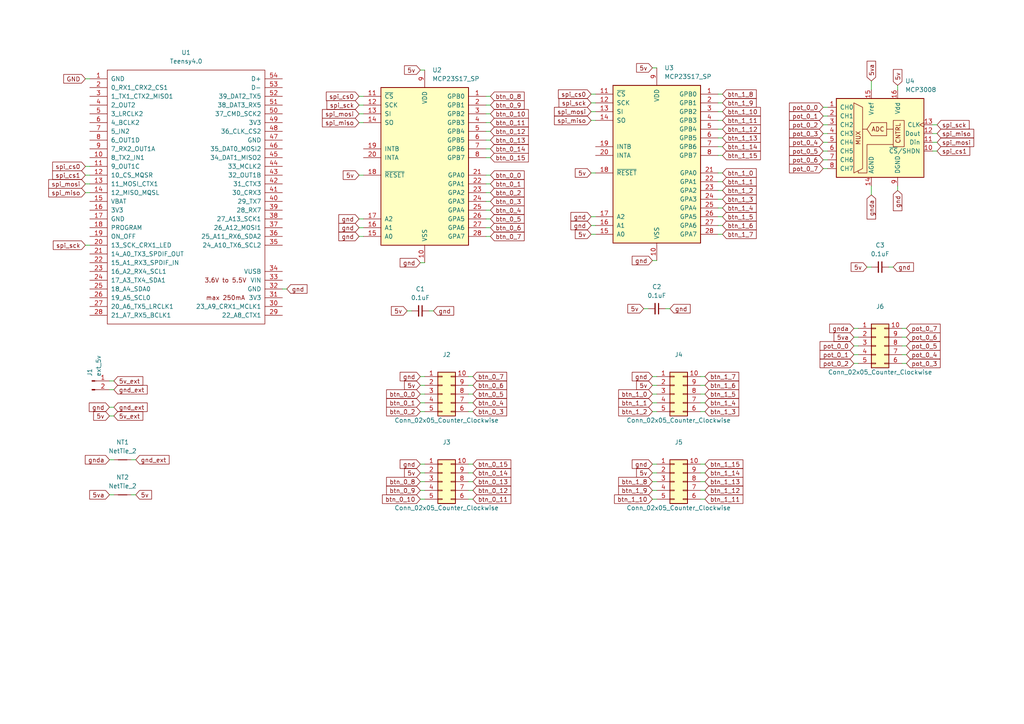
<source format=kicad_sch>
(kicad_sch (version 20230121) (generator eeschema)
  (paper "A4")
  (lib_symbols
    (symbol "Analog_ADC:MCP3008" (pin_names (offset 1.016))
      (property "Reference" "U" (at -5.08 13.335 0))
      (property "Value" "MCP3008" (at -5.08 11.43 0))
      (symbol "MCP3008_0_0"
        (text "ADC" (at -0.635 1.27 0) (effects (font (size 1.27 1.27))))
        (text "CNTRL" (at 5.969 -2.921 900) (effects (font (size 1.27 1.27)) (justify left bottom)))
        (text "MUX" (at -6.35 -1.27 900) (effects (font (size 1.27 1.27))))
      )
      (symbol "MCP3008_0_1"
        (polyline (pts (xy -3.81 1.27) (xy -5.08 1.27)))
        (polyline (pts (xy 1.905 1.27) (xy 3.81 1.27)))
        (polyline (pts (xy -7.62 8.89) (xy -7.62 -11.43) (xy -5.08 -10.16) (xy -5.08 7.62) (xy -7.62 8.89)))
        (polyline (pts (xy 3.81 -3.175) (xy -3.81 -3.175) (xy -3.81 -11.43) (xy -6.35 -11.43) (xy -6.35 -10.795)))
        (polyline (pts (xy 1.905 3.175) (xy 1.905 -0.635) (xy -2.54 -0.635) (xy -3.81 1.27) (xy -2.54 3.175) (xy 1.905 3.175)))
        (rectangle (start 3.81 -3.81) (end 6.985 3.81))
        (rectangle (start 12.7 -12.7) (end -12.7 10.16) (stroke (width 0.254)) (fill (type background)))
      )
      (symbol "MCP3008_1_1"
        (pin input line (at -15.24 7.62 0) (length 2.54) (name "CH0") (number "1"))
        (pin input line (at 15.24 -5.08 180) (length 2.54) (name "~{CS}/SHDN") (number "10"))
        (pin input line (at 15.24 -2.54 180) (length 2.54) (name "Din") (number "11"))
        (pin output line (at 15.24 0 180) (length 2.54) (name "Dout") (number "12"))
        (pin input clock (at 15.24 2.54 180) (length 2.54) (name "CLK") (number "13"))
        (pin power_in line (at -2.54 -15.24 90) (length 2.54) (name "AGND") (number "14"))
        (pin power_in line (at -2.54 12.7 270) (length 2.54) (name "Vref") (number "15"))
        (pin power_in line (at 5.08 12.7 270) (length 2.54) (name "Vdd") (number "16"))
        (pin input line (at -15.24 5.08 0) (length 2.54) (name "CH1") (number "2"))
        (pin input line (at -15.24 2.54 0) (length 2.54) (name "CH2") (number "3"))
        (pin input line (at -15.24 0 0) (length 2.54) (name "CH3") (number "4"))
        (pin input line (at -15.24 -2.54 0) (length 2.54) (name "CH4") (number "5"))
        (pin input line (at -15.24 -5.08 0) (length 2.54) (name "CH5") (number "6"))
        (pin input line (at -15.24 -7.62 0) (length 2.54) (name "CH6") (number "7"))
        (pin input line (at -15.24 -10.16 0) (length 2.54) (name "CH7") (number "8"))
        (pin power_in line (at 5.08 -15.24 90) (length 2.54) (name "DGND") (number "9"))
      )
    )
    (symbol "Connector:Conn_01x02_Pin" (pin_names (offset 1.016) hide)
      (property "Reference" "J" (at 0 2.54 0))
      (property "Value" "Conn_01x02_Pin" (at 0 -5.08 0))
      (symbol "Conn_01x02_Pin_1_1"
        (polyline (pts (xy 1.27 -2.54) (xy 0.8636 -2.54)) (stroke (width 0.1524)))
        (polyline (pts (xy 1.27 0) (xy 0.8636 0)) (stroke (width 0.1524)))
        (rectangle (start 0.8636 -2.413) (end 0 -2.667) (stroke (width 0.1524)) (fill (type outline)))
        (rectangle (start 0.8636 0.127) (end 0 -0.127) (stroke (width 0.1524)) (fill (type outline)))
        (pin passive line (at 5.08 0 180) (length 3.81) (name "Pin_1") (number "1"))
        (pin passive line (at 5.08 -2.54 180) (length 3.81) (name "Pin_2") (number "2"))
      )
    )
    (symbol "Connector_Generic:Conn_02x05_Counter_Clockwise" (pin_names (offset 1.016) hide)
      (property "Reference" "J" (at 1.27 7.62 0))
      (property "Value" "Conn_02x05_Counter_Clockwise" (at 1.27 -7.62 0))
      (symbol "Conn_02x05_Counter_Clockwise_1_1"
        (rectangle (start -1.27 -4.953) (end 0 -5.207) (stroke (width 0.1524)))
        (rectangle (start -1.27 -2.413) (end 0 -2.667) (stroke (width 0.1524)))
        (rectangle (start -1.27 0.127) (end 0 -0.127) (stroke (width 0.1524)))
        (rectangle (start -1.27 2.667) (end 0 2.413) (stroke (width 0.1524)))
        (rectangle (start -1.27 5.207) (end 0 4.953) (stroke (width 0.1524)))
        (rectangle (start -1.27 6.35) (end 3.81 -6.35) (stroke (width 0.254)) (fill (type background)))
        (rectangle (start 3.81 -4.953) (end 2.54 -5.207) (stroke (width 0.1524)))
        (rectangle (start 3.81 -2.413) (end 2.54 -2.667) (stroke (width 0.1524)))
        (rectangle (start 3.81 0.127) (end 2.54 -0.127) (stroke (width 0.1524)))
        (rectangle (start 3.81 2.667) (end 2.54 2.413) (stroke (width 0.1524)))
        (rectangle (start 3.81 5.207) (end 2.54 4.953) (stroke (width 0.1524)))
        (pin passive line (at -5.08 5.08 0) (length 3.81) (name "Pin_1") (number "1"))
        (pin passive line (at 7.62 5.08 180) (length 3.81) (name "Pin_10") (number "10"))
        (pin passive line (at -5.08 2.54 0) (length 3.81) (name "Pin_2") (number "2"))
        (pin passive line (at -5.08 0 0) (length 3.81) (name "Pin_3") (number "3"))
        (pin passive line (at -5.08 -2.54 0) (length 3.81) (name "Pin_4") (number "4"))
        (pin passive line (at -5.08 -5.08 0) (length 3.81) (name "Pin_5") (number "5"))
        (pin passive line (at 7.62 -5.08 180) (length 3.81) (name "Pin_6") (number "6"))
        (pin passive line (at 7.62 -2.54 180) (length 3.81) (name "Pin_7") (number "7"))
        (pin passive line (at 7.62 0 180) (length 3.81) (name "Pin_8") (number "8"))
        (pin passive line (at 7.62 2.54 180) (length 3.81) (name "Pin_9") (number "9"))
      )
    )
    (symbol "Device:C_Small" (pin_numbers hide) (pin_names (offset 0.254) hide)
      (property "Reference" "C" (at 0.254 1.778 0))
      (property "Value" "C_Small" (at 0.254 -2.032 0))
      (symbol "C_Small_0_1"
        (polyline (pts (xy -1.524 -0.508) (xy 1.524 -0.508)) (stroke (width 0.3302)))
        (polyline (pts (xy -1.524 0.508) (xy 1.524 0.508)) (stroke (width 0.3048)))
      )
      (symbol "C_Small_1_1"
        (pin passive line (at 0 2.54 270) (length 2.032) (name "~") (number "1"))
        (pin passive line (at 0 -2.54 90) (length 2.032) (name "~") (number "2"))
      )
    )
    (symbol "Device:NetTie_2" (pin_numbers hide) (pin_names (offset 0) hide) (in_bom no)
      (property "Reference" "NT" (at 0 1.27 0))
      (property "Value" "NetTie_2" (at 0 -1.27 0))
      (symbol "NetTie_2_0_1"
        (polyline (pts (xy -1.27 0) (xy 1.27 0)) (stroke (width 0.254)))
      )
      (symbol "NetTie_2_1_1"
        (pin passive line (at -2.54 0 0) (length 2.54) (name "1") (number "1"))
        (pin passive line (at 2.54 0 180) (length 2.54) (name "2") (number "2"))
      )
    )
    (symbol "Interface_Expansion:MCP23S17_SP" (pin_names (offset 1.016))
      (property "Reference" "U" (at -11.43 24.13 0))
      (property "Value" "MCP23S17_SP" (at 0 0 0))
      (symbol "MCP23S17_SP_0_1"
        (rectangle (start -12.7 22.86) (end 12.7 -22.86) (stroke (width 0.254)) (fill (type background)))
      )
      (symbol "MCP23S17_SP_1_1"
        (pin bidirectional line (at 17.78 20.32 180) (length 5.08) (name "GPB0") (number "1"))
        (pin power_in line (at 0 -27.94 90) (length 5.08) (name "VSS") (number "10"))
        (pin input line (at -17.78 20.32 0) (length 5.08) (name "~{CS}") (number "11"))
        (pin input line (at -17.78 17.78 0) (length 5.08) (name "SCK") (number "12"))
        (pin input line (at -17.78 15.24 0) (length 5.08) (name "SI") (number "13"))
        (pin output line (at -17.78 12.7 0) (length 5.08) (name "SO") (number "14"))
        (pin input line (at -17.78 -20.32 0) (length 5.08) (name "A0") (number "15"))
        (pin input line (at -17.78 -17.78 0) (length 5.08) (name "A1") (number "16"))
        (pin input line (at -17.78 -15.24 0) (length 5.08) (name "A2") (number "17"))
        (pin input line (at -17.78 -2.54 0) (length 5.08) (name "~{RESET}") (number "18"))
        (pin tri_state line (at -17.78 5.08 0) (length 5.08) (name "INTB") (number "19"))
        (pin bidirectional line (at 17.78 17.78 180) (length 5.08) (name "GPB1") (number "2"))
        (pin tri_state line (at -17.78 2.54 0) (length 5.08) (name "INTA") (number "20"))
        (pin bidirectional line (at 17.78 -2.54 180) (length 5.08) (name "GPA0") (number "21"))
        (pin bidirectional line (at 17.78 -5.08 180) (length 5.08) (name "GPA1") (number "22"))
        (pin bidirectional line (at 17.78 -7.62 180) (length 5.08) (name "GPA2") (number "23"))
        (pin bidirectional line (at 17.78 -10.16 180) (length 5.08) (name "GPA3") (number "24"))
        (pin bidirectional line (at 17.78 -12.7 180) (length 5.08) (name "GPA4") (number "25"))
        (pin bidirectional line (at 17.78 -15.24 180) (length 5.08) (name "GPA5") (number "26"))
        (pin bidirectional line (at 17.78 -17.78 180) (length 5.08) (name "GPA6") (number "27"))
        (pin bidirectional line (at 17.78 -20.32 180) (length 5.08) (name "GPA7") (number "28"))
        (pin bidirectional line (at 17.78 15.24 180) (length 5.08) (name "GPB2") (number "3"))
        (pin bidirectional line (at 17.78 12.7 180) (length 5.08) (name "GPB3") (number "4"))
        (pin bidirectional line (at 17.78 10.16 180) (length 5.08) (name "GPB4") (number "5"))
        (pin bidirectional line (at 17.78 7.62 180) (length 5.08) (name "GPB5") (number "6"))
        (pin bidirectional line (at 17.78 5.08 180) (length 5.08) (name "GPB6") (number "7"))
        (pin bidirectional line (at 17.78 2.54 180) (length 5.08) (name "GPB7") (number "8"))
        (pin power_in line (at 0 27.94 270) (length 5.08) (name "VDD") (number "9"))
      )
    )
    (symbol "teensy:Teensy4.0" (pin_names (offset 1.016))
      (property "Reference" "U" (at 0 39.37 0))
      (property "Value" "Teensy4.0" (at 0 -39.37 0))
      (symbol "Teensy4.0_0_0"
        (text "3.6V to 5.5V" (at 11.43 -24.13 0) (effects (font (size 1.27 1.27))))
        (text "max 250mA" (at 11.43 -29.21 0) (effects (font (size 1.27 1.27))))
        (pin bidirectional line (at -27.94 11.43 0) (length 5.08) (name "8_TX2_IN1") (number "10"))
        (pin bidirectional line (at -27.94 8.89 0) (length 5.08) (name "9_OUT1C") (number "11"))
        (pin bidirectional line (at -27.94 6.35 0) (length 5.08) (name "10_CS_MQSR") (number "12"))
        (pin bidirectional line (at -27.94 3.81 0) (length 5.08) (name "11_MOSI_CTX1") (number "13"))
        (pin bidirectional line (at -27.94 1.27 0) (length 5.08) (name "12_MISO_MQSL") (number "14"))
        (pin power_in line (at -27.94 -1.27 0) (length 5.08) (name "VBAT") (number "15"))
        (pin power_in line (at -27.94 -3.81 0) (length 5.08) (name "3V3") (number "16"))
        (pin power_in line (at -27.94 -6.35 0) (length 5.08) (name "GND") (number "17"))
        (pin input line (at -27.94 -8.89 0) (length 5.08) (name "PROGRAM") (number "18"))
        (pin input line (at -27.94 -11.43 0) (length 5.08) (name "ON_OFF") (number "19"))
        (pin bidirectional line (at -27.94 -13.97 0) (length 5.08) (name "13_SCK_CRX1_LED") (number "20"))
        (pin bidirectional line (at -27.94 -16.51 0) (length 5.08) (name "14_A0_TX3_SPDIF_OUT") (number "21"))
        (pin bidirectional line (at -27.94 -19.05 0) (length 5.08) (name "15_A1_RX3_SPDIF_IN") (number "22"))
        (pin bidirectional line (at -27.94 -21.59 0) (length 5.08) (name "16_A2_RX4_SCL1") (number "23"))
        (pin bidirectional line (at -27.94 -24.13 0) (length 5.08) (name "17_A3_TX4_SDA1") (number "24"))
        (pin bidirectional line (at -27.94 -26.67 0) (length 5.08) (name "18_A4_SDA0") (number "25"))
        (pin bidirectional line (at -27.94 -29.21 0) (length 5.08) (name "19_A5_SCL0") (number "26"))
        (pin bidirectional line (at -27.94 -31.75 0) (length 5.08) (name "20_A6_TX5_LRCLK1") (number "27"))
        (pin bidirectional line (at -27.94 -34.29 0) (length 5.08) (name "21_A7_RX5_BCLK1") (number "28"))
        (pin bidirectional line (at 27.94 -34.29 180) (length 5.08) (name "22_A8_CTX1") (number "29"))
        (pin bidirectional line (at 27.94 -31.75 180) (length 5.08) (name "23_A9_CRX1_MCLK1") (number "30"))
        (pin power_out line (at 27.94 -29.21 180) (length 5.08) (name "3V3") (number "31"))
        (pin power_in line (at 27.94 -26.67 180) (length 5.08) (name "GND") (number "32"))
        (pin power_in line (at 27.94 -24.13 180) (length 5.08) (name "VIN") (number "33"))
        (pin power_out line (at 27.94 -21.59 180) (length 5.08) (name "VUSB") (number "34"))
        (pin bidirectional line (at 27.94 -13.97 180) (length 5.08) (name "24_A10_TX6_SCL2") (number "35"))
        (pin bidirectional line (at 27.94 -11.43 180) (length 5.08) (name "25_A11_RX6_SDA2") (number "36"))
        (pin bidirectional line (at 27.94 -8.89 180) (length 5.08) (name "26_A12_MOSI1") (number "37"))
        (pin bidirectional line (at 27.94 -6.35 180) (length 5.08) (name "27_A13_SCK1") (number "38"))
        (pin bidirectional line (at 27.94 -3.81 180) (length 5.08) (name "28_RX7") (number "39"))
        (pin bidirectional line (at 27.94 -1.27 180) (length 5.08) (name "29_TX7") (number "40"))
        (pin bidirectional line (at 27.94 1.27 180) (length 5.08) (name "30_CRX3") (number "41"))
        (pin bidirectional line (at 27.94 3.81 180) (length 5.08) (name "31_CTX3") (number "42"))
        (pin bidirectional line (at 27.94 6.35 180) (length 5.08) (name "32_OUT1B") (number "43"))
        (pin bidirectional line (at 27.94 8.89 180) (length 5.08) (name "33_MCLK2") (number "44"))
        (pin bidirectional line (at 27.94 11.43 180) (length 5.08) (name "34_DAT1_MISO2") (number "45"))
        (pin bidirectional line (at 27.94 13.97 180) (length 5.08) (name "35_DAT0_MOSI2") (number "46"))
        (pin power_out line (at 27.94 16.51 180) (length 5.08) (name "GND") (number "47"))
        (pin bidirectional line (at 27.94 19.05 180) (length 5.08) (name "36_CLK_CS2") (number "48"))
        (pin power_out line (at 27.94 21.59 180) (length 5.08) (name "3V3") (number "49"))
        (pin bidirectional line (at -27.94 24.13 0) (length 5.08) (name "3_LRCLK2") (number "5"))
        (pin bidirectional line (at 27.94 24.13 180) (length 5.08) (name "37_CMD_SCK2") (number "50"))
        (pin bidirectional line (at 27.94 26.67 180) (length 5.08) (name "38_DAT3_RX5") (number "51"))
        (pin bidirectional line (at 27.94 29.21 180) (length 5.08) (name "39_DAT2_TX5") (number "52"))
        (pin bidirectional line (at 27.94 31.75 180) (length 5.08) (name "D-") (number "53"))
        (pin bidirectional line (at 27.94 34.29 180) (length 5.08) (name "D+") (number "54"))
        (pin bidirectional line (at -27.94 21.59 0) (length 5.08) (name "4_BCLK2") (number "6"))
        (pin bidirectional line (at -27.94 19.05 0) (length 5.08) (name "5_IN2") (number "7"))
        (pin bidirectional line (at -27.94 16.51 0) (length 5.08) (name "6_OUT1D") (number "8"))
        (pin bidirectional line (at -27.94 13.97 0) (length 5.08) (name "7_RX2_OUT1A") (number "9"))
      )
      (symbol "Teensy4.0_0_1"
        (rectangle (start -22.86 36.83) (end 22.86 -36.83))
        (rectangle (start -20.32 -31.75) (end -20.32 -31.75))
      )
      (symbol "Teensy4.0_1_1"
        (pin power_in line (at -27.94 34.29 0) (length 5.08) (name "GND") (number "1"))
        (pin bidirectional line (at -27.94 31.75 0) (length 5.08) (name "0_RX1_CRX2_CS1") (number "2"))
        (pin bidirectional line (at -27.94 29.21 0) (length 5.08) (name "1_TX1_CTX2_MISO1") (number "3"))
        (pin bidirectional line (at -27.94 26.67 0) (length 5.08) (name "2_OUT2") (number "4"))
      )
    )
  )
  (wire (pts (xy 208.28 57.785) (xy 209.55 57.785)))
  (wire (pts (xy 261.62 97.79) (xy 262.89 97.79)))
  (wire (pts (xy 171.45 29.845) (xy 172.72 29.845)))
  (wire (pts (xy 238.76 48.895) (xy 240.03 48.895)))
  (wire (pts (xy 189.23 144.78) (xy 190.5 144.78)))
  (wire (pts (xy 24.765 22.86) (xy 26.035 22.86)))
  (wire (pts (xy 171.45 67.945) (xy 172.72 67.945)))
  (wire (pts (xy 140.97 55.88) (xy 142.24 55.88)))
  (wire (pts (xy 261.62 95.25) (xy 262.89 95.25)))
  (wire (pts (xy 135.89 139.7) (xy 137.16 139.7)))
  (wire (pts (xy 208.28 34.925) (xy 209.55 34.925)))
  (wire (pts (xy 81.915 83.82) (xy 83.185 83.82)))
  (wire (pts (xy 38.1 133.35) (xy 39.37 133.35)))
  (wire (pts (xy 208.28 55.245) (xy 209.55 55.245)))
  (wire (pts (xy 31.75 110.49) (xy 33.02 110.49)))
  (wire (pts (xy 121.92 137.16) (xy 123.19 137.16)))
  (wire (pts (xy 189.23 137.16) (xy 190.5 137.16)))
  (wire (pts (xy 104.14 63.5) (xy 105.41 63.5)))
  (wire (pts (xy 193.04 89.535) (xy 194.31 89.535)))
  (wire (pts (xy 135.89 134.62) (xy 137.16 134.62)))
  (wire (pts (xy 135.89 111.76) (xy 137.16 111.76)))
  (wire (pts (xy 121.92 76.2) (xy 123.19 76.2)))
  (wire (pts (xy 203.2 134.62) (xy 204.47 134.62)))
  (wire (pts (xy 124.46 90.17) (xy 125.73 90.17)))
  (wire (pts (xy 208.28 67.945) (xy 209.55 67.945)))
  (wire (pts (xy 203.2 111.76) (xy 204.47 111.76)))
  (wire (pts (xy 24.765 55.88) (xy 26.035 55.88)))
  (wire (pts (xy 121.92 142.24) (xy 123.19 142.24)))
  (wire (pts (xy 261.62 102.87) (xy 262.89 102.87)))
  (wire (pts (xy 208.28 52.705) (xy 209.55 52.705)))
  (wire (pts (xy 118.11 90.17) (xy 119.38 90.17)))
  (wire (pts (xy 208.28 27.305) (xy 209.55 27.305)))
  (wire (pts (xy 252.73 53.975) (xy 252.73 56.515)))
  (wire (pts (xy 121.92 116.84) (xy 123.19 116.84)))
  (wire (pts (xy 189.23 139.7) (xy 190.5 139.7)))
  (wire (pts (xy 135.89 119.38) (xy 137.16 119.38)))
  (wire (pts (xy 238.76 33.655) (xy 240.03 33.655)))
  (wire (pts (xy 135.89 114.3) (xy 137.16 114.3)))
  (wire (pts (xy 247.65 97.79) (xy 248.92 97.79)))
  (wire (pts (xy 189.23 19.685) (xy 190.5 19.685)))
  (wire (pts (xy 31.75 120.65) (xy 33.02 120.65)))
  (wire (pts (xy 121.92 20.32) (xy 123.19 20.32)))
  (wire (pts (xy 135.89 137.16) (xy 137.16 137.16)))
  (wire (pts (xy 171.45 50.165) (xy 172.72 50.165)))
  (wire (pts (xy 140.97 27.94) (xy 142.24 27.94)))
  (wire (pts (xy 140.97 60.96) (xy 142.24 60.96)))
  (wire (pts (xy 31.75 118.11) (xy 33.02 118.11)))
  (wire (pts (xy 140.97 43.18) (xy 142.24 43.18)))
  (wire (pts (xy 104.14 30.48) (xy 105.41 30.48)))
  (wire (pts (xy 208.28 32.385) (xy 209.55 32.385)))
  (wire (pts (xy 140.97 38.1) (xy 142.24 38.1)))
  (wire (pts (xy 203.2 109.22) (xy 204.47 109.22)))
  (wire (pts (xy 270.51 41.275) (xy 271.78 41.275)))
  (wire (pts (xy 238.76 38.735) (xy 240.03 38.735)))
  (wire (pts (xy 140.97 50.8) (xy 142.24 50.8)))
  (wire (pts (xy 140.97 33.02) (xy 142.24 33.02)))
  (wire (pts (xy 24.765 71.12) (xy 26.035 71.12)))
  (wire (pts (xy 208.28 50.165) (xy 209.55 50.165)))
  (wire (pts (xy 186.69 89.535) (xy 187.96 89.535)))
  (wire (pts (xy 203.2 144.78) (xy 204.47 144.78)))
  (wire (pts (xy 270.51 38.735) (xy 271.78 38.735)))
  (wire (pts (xy 247.65 102.87) (xy 248.92 102.87)))
  (wire (pts (xy 203.2 142.24) (xy 204.47 142.24)))
  (wire (pts (xy 189.23 119.38) (xy 190.5 119.38)))
  (wire (pts (xy 31.75 143.51) (xy 33.02 143.51)))
  (wire (pts (xy 140.97 53.34) (xy 142.24 53.34)))
  (wire (pts (xy 31.75 133.35) (xy 33.02 133.35)))
  (wire (pts (xy 104.14 68.58) (xy 105.41 68.58)))
  (wire (pts (xy 257.81 77.47) (xy 259.08 77.47)))
  (wire (pts (xy 247.65 100.33) (xy 248.92 100.33)))
  (wire (pts (xy 270.51 36.195) (xy 271.78 36.195)))
  (wire (pts (xy 189.23 134.62) (xy 190.5 134.62)))
  (wire (pts (xy 261.62 105.41) (xy 262.89 105.41)))
  (wire (pts (xy 31.75 113.03) (xy 33.02 113.03)))
  (wire (pts (xy 260.35 24.765) (xy 260.35 26.035)))
  (wire (pts (xy 171.45 34.925) (xy 172.72 34.925)))
  (wire (pts (xy 140.97 68.58) (xy 142.24 68.58)))
  (wire (pts (xy 189.23 116.84) (xy 190.5 116.84)))
  (wire (pts (xy 208.28 29.845) (xy 209.55 29.845)))
  (wire (pts (xy 203.2 119.38) (xy 204.47 119.38)))
  (wire (pts (xy 238.76 46.355) (xy 240.03 46.355)))
  (wire (pts (xy 140.97 58.42) (xy 142.24 58.42)))
  (wire (pts (xy 38.1 143.51) (xy 39.37 143.51)))
  (wire (pts (xy 189.23 114.3) (xy 190.5 114.3)))
  (wire (pts (xy 121.92 139.7) (xy 123.19 139.7)))
  (wire (pts (xy 135.89 116.84) (xy 137.16 116.84)))
  (wire (pts (xy 238.76 41.275) (xy 240.03 41.275)))
  (wire (pts (xy 140.97 30.48) (xy 142.24 30.48)))
  (wire (pts (xy 24.765 48.26) (xy 26.035 48.26)))
  (wire (pts (xy 238.76 43.815) (xy 240.03 43.815)))
  (wire (pts (xy 121.92 109.22) (xy 123.19 109.22)))
  (wire (pts (xy 104.14 27.94) (xy 105.41 27.94)))
  (wire (pts (xy 189.23 75.565) (xy 190.5 75.565)))
  (wire (pts (xy 171.45 62.865) (xy 172.72 62.865)))
  (wire (pts (xy 121.92 114.3) (xy 123.19 114.3)))
  (wire (pts (xy 208.28 60.325) (xy 209.55 60.325)))
  (wire (pts (xy 270.51 43.815) (xy 271.78 43.815)))
  (wire (pts (xy 171.45 32.385) (xy 172.72 32.385)))
  (wire (pts (xy 251.46 77.47) (xy 252.73 77.47)))
  (wire (pts (xy 189.23 111.76) (xy 190.5 111.76)))
  (wire (pts (xy 189.23 109.22) (xy 190.5 109.22)))
  (wire (pts (xy 203.2 137.16) (xy 204.47 137.16)))
  (wire (pts (xy 135.89 142.24) (xy 137.16 142.24)))
  (wire (pts (xy 104.14 66.04) (xy 105.41 66.04)))
  (wire (pts (xy 208.28 42.545) (xy 209.55 42.545)))
  (wire (pts (xy 247.65 95.25) (xy 248.92 95.25)))
  (wire (pts (xy 140.97 66.04) (xy 142.24 66.04)))
  (wire (pts (xy 171.45 65.405) (xy 172.72 65.405)))
  (wire (pts (xy 140.97 45.72) (xy 142.24 45.72)))
  (wire (pts (xy 189.23 142.24) (xy 190.5 142.24)))
  (wire (pts (xy 171.45 27.305) (xy 172.72 27.305)))
  (wire (pts (xy 238.76 36.195) (xy 240.03 36.195)))
  (wire (pts (xy 24.765 53.34) (xy 26.035 53.34)))
  (wire (pts (xy 104.14 35.56) (xy 105.41 35.56)))
  (wire (pts (xy 140.97 35.56) (xy 142.24 35.56)))
  (wire (pts (xy 104.14 33.02) (xy 105.41 33.02)))
  (wire (pts (xy 208.28 40.005) (xy 209.55 40.005)))
  (wire (pts (xy 203.2 139.7) (xy 204.47 139.7)))
  (wire (pts (xy 208.28 62.865) (xy 209.55 62.865)))
  (wire (pts (xy 121.92 119.38) (xy 123.19 119.38)))
  (wire (pts (xy 121.92 144.78) (xy 123.19 144.78)))
  (wire (pts (xy 140.97 40.64) (xy 142.24 40.64)))
  (wire (pts (xy 208.28 65.405) (xy 209.55 65.405)))
  (wire (pts (xy 208.28 45.085) (xy 209.55 45.085)))
  (wire (pts (xy 252.73 23.495) (xy 252.73 26.035)))
  (wire (pts (xy 104.14 50.8) (xy 105.41 50.8)))
  (wire (pts (xy 140.97 63.5) (xy 142.24 63.5)))
  (wire (pts (xy 238.76 31.115) (xy 240.03 31.115)))
  (wire (pts (xy 208.28 37.465) (xy 209.55 37.465)))
  (wire (pts (xy 135.89 144.78) (xy 137.16 144.78)))
  (wire (pts (xy 203.2 114.3) (xy 204.47 114.3)))
  (wire (pts (xy 203.2 116.84) (xy 204.47 116.84)))
  (wire (pts (xy 135.89 109.22) (xy 137.16 109.22)))
  (wire (pts (xy 24.765 50.8) (xy 26.035 50.8)))
  (wire (pts (xy 247.65 105.41) (xy 248.92 105.41)))
  (wire (pts (xy 121.92 111.76) (xy 123.19 111.76)))
  (wire (pts (xy 260.35 53.975) (xy 260.35 55.245)))
  (wire (pts (xy 121.92 134.62) (xy 123.19 134.62)))
  (wire (pts (xy 261.62 100.33) (xy 262.89 100.33)))
  (global_label "5v" (shape input) (at 260.35 24.765 90) (property "Intersheetrefs" "${INTERSHEET_REFS}" (effects hide)))
  (global_label "btn_0_11" (shape input) (at 142.24 35.56 0) (property "Intersheetrefs" "${INTERSHEET_REFS}" (effects hide)))
  (global_label "btn_0_6" (shape input) (at 137.16 111.76 0) (property "Intersheetrefs" "${INTERSHEET_REFS}" (effects hide)))
  (global_label "btn_1_6" (shape input) (at 204.47 111.76 0) (property "Intersheetrefs" "${INTERSHEET_REFS}" (effects hide)))
  (global_label "pot_0_6" (shape input) (at 238.76 46.355 180) (property "Intersheetrefs" "${INTERSHEET_REFS}" (effects hide)))
  (global_label "btn_1_15" (shape input) (at 209.55 45.085 0) (property "Intersheetrefs" "${INTERSHEET_REFS}" (effects hide)))
  (global_label "5v" (shape input) (at 186.69 89.535 180) (property "Intersheetrefs" "${INTERSHEET_REFS}" (effects hide)))
  (global_label "spi_mosi" (shape input) (at 104.14 33.02 180) (property "Intersheetrefs" "${INTERSHEET_REFS}" (effects hide)))
  (global_label "spi_cs0" (shape input) (at 104.14 27.94 180) (property "Intersheetrefs" "${INTERSHEET_REFS}" (effects hide)))
  (global_label "5v" (shape input) (at 171.45 67.945 180) (property "Intersheetrefs" "${INTERSHEET_REFS}" (effects hide)))
  (global_label "5va" (shape input) (at 247.65 97.79 180) (property "Intersheetrefs" "${INTERSHEET_REFS}" (effects hide)))
  (global_label "btn_1_3" (shape input) (at 204.47 119.38 0) (property "Intersheetrefs" "${INTERSHEET_REFS}" (effects hide)))
  (global_label "5v" (shape input) (at 189.23 111.76 180) (property "Intersheetrefs" "${INTERSHEET_REFS}" (effects hide)))
  (global_label "btn_1_8" (shape input) (at 209.55 27.305 0) (property "Intersheetrefs" "${INTERSHEET_REFS}" (effects hide)))
  (global_label "spi_sck" (shape input) (at 104.14 30.48 180) (property "Intersheetrefs" "${INTERSHEET_REFS}" (effects hide)))
  (global_label "btn_0_10" (shape input) (at 142.24 33.02 0) (property "Intersheetrefs" "${INTERSHEET_REFS}" (effects hide)))
  (global_label "pot_0_6" (shape input) (at 262.89 97.79 0) (property "Intersheetrefs" "${INTERSHEET_REFS}" (effects hide)))
  (global_label "btn_0_9" (shape input) (at 142.24 30.48 0) (property "Intersheetrefs" "${INTERSHEET_REFS}" (effects hide)))
  (global_label "GND" (shape input) (at 24.765 22.86 180) (property "Intersheetrefs" "${INTERSHEET_REFS}" (effects hide)))
  (global_label "5v" (shape input) (at 118.11 90.17 180) (property "Intersheetrefs" "${INTERSHEET_REFS}" (effects hide)))
  (global_label "pot_0_1" (shape input) (at 238.76 33.655 180) (property "Intersheetrefs" "${INTERSHEET_REFS}" (effects hide)))
  (global_label "pot_0_7" (shape input) (at 238.76 48.895 180) (property "Intersheetrefs" "${INTERSHEET_REFS}" (effects hide)))
  (global_label "gnd" (shape input) (at 171.45 62.865 180) (property "Intersheetrefs" "${INTERSHEET_REFS}" (effects hide)))
  (global_label "spi_miso" (shape input) (at 271.78 38.735 0) (property "Intersheetrefs" "${INTERSHEET_REFS}" (effects hide)))
  (global_label "5v" (shape input) (at 171.45 50.165 180) (property "Intersheetrefs" "${INTERSHEET_REFS}" (effects hide)))
  (global_label "btn_1_11" (shape input) (at 204.47 144.78 0) (property "Intersheetrefs" "${INTERSHEET_REFS}" (effects hide)))
  (global_label "pot_0_3" (shape input) (at 238.76 38.735 180) (property "Intersheetrefs" "${INTERSHEET_REFS}" (effects hide)))
  (global_label "btn_1_8" (shape input) (at 189.23 139.7 180) (property "Intersheetrefs" "${INTERSHEET_REFS}" (effects hide)))
  (global_label "btn_1_5" (shape input) (at 204.47 114.3 0) (property "Intersheetrefs" "${INTERSHEET_REFS}" (effects hide)))
  (global_label "btn_0_3" (shape input) (at 142.24 58.42 0) (property "Intersheetrefs" "${INTERSHEET_REFS}" (effects hide)))
  (global_label "spi_sck" (shape input) (at 24.765 71.12 180) (property "Intersheetrefs" "${INTERSHEET_REFS}" (effects hide)))
  (global_label "gnd" (shape input) (at 83.185 83.82 0) (property "Intersheetrefs" "${INTERSHEET_REFS}" (effects hide)))
  (global_label "pot_0_0" (shape input) (at 247.65 100.33 180) (property "Intersheetrefs" "${INTERSHEET_REFS}" (effects hide)))
  (global_label "gnd" (shape input) (at 121.92 76.2 180) (property "Intersheetrefs" "${INTERSHEET_REFS}" (effects hide)))
  (global_label "5va" (shape input) (at 31.75 143.51 180) (property "Intersheetrefs" "${INTERSHEET_REFS}" (effects hide)))
  (global_label "btn_1_13" (shape input) (at 209.55 40.005 0) (property "Intersheetrefs" "${INTERSHEET_REFS}" (effects hide)))
  (global_label "gnd" (shape input) (at 189.23 134.62 180) (property "Intersheetrefs" "${INTERSHEET_REFS}" (effects hide)))
  (global_label "spi_cs0" (shape input) (at 24.765 48.26 180) (property "Intersheetrefs" "${INTERSHEET_REFS}" (effects hide)))
  (global_label "spi_miso" (shape input) (at 171.45 34.925 180) (property "Intersheetrefs" "${INTERSHEET_REFS}" (effects hide)))
  (global_label "btn_0_2" (shape input) (at 121.92 119.38 180) (property "Intersheetrefs" "${INTERSHEET_REFS}" (effects hide)))
  (global_label "btn_0_6" (shape input) (at 142.24 66.04 0) (property "Intersheetrefs" "${INTERSHEET_REFS}" (effects hide)))
  (global_label "5v" (shape input) (at 121.92 111.76 180) (property "Intersheetrefs" "${INTERSHEET_REFS}" (effects hide)))
  (global_label "5va" (shape input) (at 252.73 23.495 90) (property "Intersheetrefs" "${INTERSHEET_REFS}" (effects hide)))
  (global_label "btn_1_12" (shape input) (at 204.47 142.24 0) (property "Intersheetrefs" "${INTERSHEET_REFS}" (effects hide)))
  (global_label "gnd" (shape input) (at 104.14 66.04 180) (property "Intersheetrefs" "${INTERSHEET_REFS}" (effects hide)))
  (global_label "gnd" (shape input) (at 121.92 134.62 180) (property "Intersheetrefs" "${INTERSHEET_REFS}" (effects hide)))
  (global_label "pot_0_0" (shape input) (at 238.76 31.115 180) (property "Intersheetrefs" "${INTERSHEET_REFS}" (effects hide)))
  (global_label "spi_sck" (shape input) (at 271.78 36.195 0) (property "Intersheetrefs" "${INTERSHEET_REFS}" (effects hide)))
  (global_label "btn_1_13" (shape input) (at 204.47 139.7 0) (property "Intersheetrefs" "${INTERSHEET_REFS}" (effects hide)))
  (global_label "spi_miso" (shape input) (at 104.14 35.56 180) (property "Intersheetrefs" "${INTERSHEET_REFS}" (effects hide)))
  (global_label "pot_0_7" (shape input) (at 262.89 95.25 0) (property "Intersheetrefs" "${INTERSHEET_REFS}" (effects hide)))
  (global_label "gnd_ext" (shape input) (at 39.37 133.35 0) (property "Intersheetrefs" "${INTERSHEET_REFS}" (effects hide)))
  (global_label "btn_0_11" (shape input) (at 137.16 144.78 0) (property "Intersheetrefs" "${INTERSHEET_REFS}" (effects hide)))
  (global_label "pot_0_5" (shape input) (at 238.76 43.815 180) (property "Intersheetrefs" "${INTERSHEET_REFS}" (effects hide)))
  (global_label "btn_1_6" (shape input) (at 209.55 65.405 0) (property "Intersheetrefs" "${INTERSHEET_REFS}" (effects hide)))
  (global_label "pot_0_1" (shape input) (at 247.65 102.87 180) (property "Intersheetrefs" "${INTERSHEET_REFS}" (effects hide)))
  (global_label "pot_0_4" (shape input) (at 262.89 102.87 0) (property "Intersheetrefs" "${INTERSHEET_REFS}" (effects hide)))
  (global_label "btn_0_1" (shape input) (at 121.92 116.84 180) (property "Intersheetrefs" "${INTERSHEET_REFS}" (effects hide)))
  (global_label "btn_1_15" (shape input) (at 204.47 134.62 0) (property "Intersheetrefs" "${INTERSHEET_REFS}" (effects hide)))
  (global_label "spi_mosi" (shape input) (at 24.765 53.34 180) (property "Intersheetrefs" "${INTERSHEET_REFS}" (effects hide)))
  (global_label "gnd_ext" (shape input) (at 33.02 113.03 0) (property "Intersheetrefs" "${INTERSHEET_REFS}" (effects hide)))
  (global_label "btn_1_10" (shape input) (at 189.23 144.78 180) (property "Intersheetrefs" "${INTERSHEET_REFS}" (effects hide)))
  (global_label "btn_1_1" (shape input) (at 189.23 116.84 180) (property "Intersheetrefs" "${INTERSHEET_REFS}" (effects hide)))
  (global_label "btn_0_0" (shape input) (at 121.92 114.3 180) (property "Intersheetrefs" "${INTERSHEET_REFS}" (effects hide)))
  (global_label "5v" (shape input) (at 189.23 19.685 180) (property "Intersheetrefs" "${INTERSHEET_REFS}" (effects hide)))
  (global_label "gnd_ext" (shape input) (at 33.02 118.11 0) (property "Intersheetrefs" "${INTERSHEET_REFS}" (effects hide)))
  (global_label "btn_1_5" (shape input) (at 209.55 62.865 0) (property "Intersheetrefs" "${INTERSHEET_REFS}" (effects hide)))
  (global_label "btn_1_7" (shape input) (at 209.55 67.945 0) (property "Intersheetrefs" "${INTERSHEET_REFS}" (effects hide)))
  (global_label "btn_0_14" (shape input) (at 142.24 43.18 0) (property "Intersheetrefs" "${INTERSHEET_REFS}" (effects hide)))
  (global_label "btn_0_7" (shape input) (at 137.16 109.22 0) (property "Intersheetrefs" "${INTERSHEET_REFS}" (effects hide)))
  (global_label "btn_0_5" (shape input) (at 142.24 63.5 0) (property "Intersheetrefs" "${INTERSHEET_REFS}" (effects hide)))
  (global_label "btn_1_2" (shape input) (at 189.23 119.38 180) (property "Intersheetrefs" "${INTERSHEET_REFS}" (effects hide)))
  (global_label "gnda" (shape input) (at 247.65 95.25 180) (property "Intersheetrefs" "${INTERSHEET_REFS}" (effects hide)))
  (global_label "pot_0_2" (shape input) (at 247.65 105.41 180) (property "Intersheetrefs" "${INTERSHEET_REFS}" (effects hide)))
  (global_label "5v_ext" (shape input) (at 33.02 120.65 0) (property "Intersheetrefs" "${INTERSHEET_REFS}" (effects hide)))
  (global_label "btn_1_9" (shape input) (at 209.55 29.845 0) (property "Intersheetrefs" "${INTERSHEET_REFS}" (effects hide)))
  (global_label "btn_0_0" (shape input) (at 142.24 50.8 0) (property "Intersheetrefs" "${INTERSHEET_REFS}" (effects hide)))
  (global_label "5v" (shape input) (at 189.23 137.16 180) (property "Intersheetrefs" "${INTERSHEET_REFS}" (effects hide)))
  (global_label "btn_0_8" (shape input) (at 142.24 27.94 0) (property "Intersheetrefs" "${INTERSHEET_REFS}" (effects hide)))
  (global_label "btn_0_12" (shape input) (at 142.24 38.1 0) (property "Intersheetrefs" "${INTERSHEET_REFS}" (effects hide)))
  (global_label "btn_0_4" (shape input) (at 137.16 116.84 0) (property "Intersheetrefs" "${INTERSHEET_REFS}" (effects hide)))
  (global_label "gnd" (shape input) (at 31.75 118.11 180) (property "Intersheetrefs" "${INTERSHEET_REFS}" (effects hide)))
  (global_label "btn_0_13" (shape input) (at 137.16 139.7 0) (property "Intersheetrefs" "${INTERSHEET_REFS}" (effects hide)))
  (global_label "spi_miso" (shape input) (at 24.765 55.88 180) (property "Intersheetrefs" "${INTERSHEET_REFS}" (effects hide)))
  (global_label "btn_0_14" (shape input) (at 137.16 137.16 0) (property "Intersheetrefs" "${INTERSHEET_REFS}" (effects hide)))
  (global_label "btn_1_10" (shape input) (at 209.55 32.385 0) (property "Intersheetrefs" "${INTERSHEET_REFS}" (effects hide)))
  (global_label "btn_0_9" (shape input) (at 121.92 142.24 180) (property "Intersheetrefs" "${INTERSHEET_REFS}" (effects hide)))
  (global_label "btn_0_5" (shape input) (at 137.16 114.3 0) (property "Intersheetrefs" "${INTERSHEET_REFS}" (effects hide)))
  (global_label "btn_0_7" (shape input) (at 142.24 68.58 0) (property "Intersheetrefs" "${INTERSHEET_REFS}" (effects hide)))
  (global_label "btn_0_10" (shape input) (at 121.92 144.78 180) (property "Intersheetrefs" "${INTERSHEET_REFS}" (effects hide)))
  (global_label "btn_1_1" (shape input) (at 209.55 52.705 0) (property "Intersheetrefs" "${INTERSHEET_REFS}" (effects hide)))
  (global_label "gnd" (shape input) (at 125.73 90.17 0) (property "Intersheetrefs" "${INTERSHEET_REFS}" (effects hide)))
  (global_label "gnd" (shape input) (at 259.08 77.47 0) (property "Intersheetrefs" "${INTERSHEET_REFS}" (effects hide)))
  (global_label "5v" (shape input) (at 104.14 50.8 180) (property "Intersheetrefs" "${INTERSHEET_REFS}" (effects hide)))
  (global_label "btn_0_2" (shape input) (at 142.24 55.88 0) (property "Intersheetrefs" "${INTERSHEET_REFS}" (effects hide)))
  (global_label "gnd" (shape input) (at 121.92 109.22 180) (property "Intersheetrefs" "${INTERSHEET_REFS}" (effects hide)))
  (global_label "gnda" (shape input) (at 252.73 56.515 270) (property "Intersheetrefs" "${INTERSHEET_REFS}" (effects hide)))
  (global_label "spi_cs1" (shape input) (at 271.78 43.815 0) (property "Intersheetrefs" "${INTERSHEET_REFS}" (effects hide)))
  (global_label "btn_0_1" (shape input) (at 142.24 53.34 0) (property "Intersheetrefs" "${INTERSHEET_REFS}" (effects hide)))
  (global_label "spi_mosi" (shape input) (at 271.78 41.275 0) (property "Intersheetrefs" "${INTERSHEET_REFS}" (effects hide)))
  (global_label "btn_1_12" (shape input) (at 209.55 37.465 0) (property "Intersheetrefs" "${INTERSHEET_REFS}" (effects hide)))
  (global_label "gnd" (shape input) (at 260.35 55.245 270) (property "Intersheetrefs" "${INTERSHEET_REFS}" (effects hide)))
  (global_label "spi_cs1" (shape input) (at 24.765 50.8 180) (property "Intersheetrefs" "${INTERSHEET_REFS}" (effects hide)))
  (global_label "btn_0_3" (shape input) (at 137.16 119.38 0) (property "Intersheetrefs" "${INTERSHEET_REFS}" (effects hide)))
  (global_label "btn_1_11" (shape input) (at 209.55 34.925 0) (property "Intersheetrefs" "${INTERSHEET_REFS}" (effects hide)))
  (global_label "gnd" (shape input) (at 104.14 63.5 180) (property "Intersheetrefs" "${INTERSHEET_REFS}" (effects hide)))
  (global_label "btn_0_8" (shape input) (at 121.92 139.7 180) (property "Intersheetrefs" "${INTERSHEET_REFS}" (effects hide)))
  (global_label "btn_1_4" (shape input) (at 209.55 60.325 0) (property "Intersheetrefs" "${INTERSHEET_REFS}" (effects hide)))
  (global_label "5v_ext" (shape input) (at 33.02 110.49 0) (property "Intersheetrefs" "${INTERSHEET_REFS}" (effects hide)))
  (global_label "gnd" (shape input) (at 189.23 109.22 180) (property "Intersheetrefs" "${INTERSHEET_REFS}" (effects hide)))
  (global_label "spi_mosi" (shape input) (at 171.45 32.385 180) (property "Intersheetrefs" "${INTERSHEET_REFS}" (effects hide)))
  (global_label "gnd" (shape input) (at 189.23 75.565 180) (property "Intersheetrefs" "${INTERSHEET_REFS}" (effects hide)))
  (global_label "gnd" (shape input) (at 194.31 89.535 0) (property "Intersheetrefs" "${INTERSHEET_REFS}" (effects hide)))
  (global_label "gnd" (shape input) (at 104.14 68.58 180) (property "Intersheetrefs" "${INTERSHEET_REFS}" (effects hide)))
  (global_label "btn_0_15" (shape input) (at 142.24 45.72 0) (property "Intersheetrefs" "${INTERSHEET_REFS}" (effects hide)))
  (global_label "btn_1_14" (shape input) (at 209.55 42.545 0) (property "Intersheetrefs" "${INTERSHEET_REFS}" (effects hide)))
  (global_label "5v" (shape input) (at 121.92 137.16 180) (property "Intersheetrefs" "${INTERSHEET_REFS}" (effects hide)))
  (global_label "5v" (shape input) (at 251.46 77.47 180) (property "Intersheetrefs" "${INTERSHEET_REFS}" (effects hide)))
  (global_label "btn_1_14" (shape input) (at 204.47 137.16 0) (property "Intersheetrefs" "${INTERSHEET_REFS}" (effects hide)))
  (global_label "pot_0_2" (shape input) (at 238.76 36.195 180) (property "Intersheetrefs" "${INTERSHEET_REFS}" (effects hide)))
  (global_label "pot_0_3" (shape input) (at 262.89 105.41 0) (property "Intersheetrefs" "${INTERSHEET_REFS}" (effects hide)))
  (global_label "btn_1_3" (shape input) (at 209.55 57.785 0) (property "Intersheetrefs" "${INTERSHEET_REFS}" (effects hide)))
  (global_label "btn_1_0" (shape input) (at 189.23 114.3 180) (property "Intersheetrefs" "${INTERSHEET_REFS}" (effects hide)))
  (global_label "btn_1_4" (shape input) (at 204.47 116.84 0) (property "Intersheetrefs" "${INTERSHEET_REFS}" (effects hide)))
  (global_label "5v" (shape input) (at 121.92 20.32 180) (property "Intersheetrefs" "${INTERSHEET_REFS}" (effects hide)))
  (global_label "gnd" (shape input) (at 171.45 65.405 180) (property "Intersheetrefs" "${INTERSHEET_REFS}" (effects hide)))
  (global_label "btn_0_4" (shape input) (at 142.24 60.96 0) (property "Intersheetrefs" "${INTERSHEET_REFS}" (effects hide)))
  (global_label "5v" (shape input) (at 31.75 120.65 180) (property "Intersheetrefs" "${INTERSHEET_REFS}" (effects hide)))
  (global_label "btn_0_15" (shape input) (at 137.16 134.62 0) (property "Intersheetrefs" "${INTERSHEET_REFS}" (effects hide)))
  (global_label "pot_0_4" (shape input) (at 238.76 41.275 180) (property "Intersheetrefs" "${INTERSHEET_REFS}" (effects hide)))
  (global_label "btn_0_13" (shape input) (at 142.24 40.64 0) (property "Intersheetrefs" "${INTERSHEET_REFS}" (effects hide)))
  (global_label "5v" (shape input) (at 39.37 143.51 0) (property "Intersheetrefs" "${INTERSHEET_REFS}" (effects hide)))
  (global_label "spi_cs0" (shape input) (at 171.45 27.305 180) (property "Intersheetrefs" "${INTERSHEET_REFS}" (effects hide)))
  (global_label "btn_0_12" (shape input) (at 137.16 142.24 0) (property "Intersheetrefs" "${INTERSHEET_REFS}" (effects hide)))
  (global_label "btn_1_0" (shape input) (at 209.55 50.165 0) (property "Intersheetrefs" "${INTERSHEET_REFS}" (effects hide)))
  (global_label "spi_sck" (shape input) (at 171.45 29.845 180) (property "Intersheetrefs" "${INTERSHEET_REFS}" (effects hide)))
  (global_label "btn_1_2" (shape input) (at 209.55 55.245 0) (property "Intersheetrefs" "${INTERSHEET_REFS}" (effects hide)))
  (global_label "btn_1_7" (shape input) (at 204.47 109.22 0) (property "Intersheetrefs" "${INTERSHEET_REFS}" (effects hide)))
  (global_label "gnda" (shape input) (at 31.75 133.35 180) (property "Intersheetrefs" "${INTERSHEET_REFS}" (effects hide)))
  (global_label "pot_0_5" (shape input) (at 262.89 100.33 0) (property "Intersheetrefs" "${INTERSHEET_REFS}" (effects hide)))
  (global_label "btn_1_9" (shape input) (at 189.23 142.24 180) (property "Intersheetrefs" "${INTERSHEET_REFS}" (effects hide)))
  (symbol (lib_id "Connector_Generic:Conn_02x05_Counter_Clockwise") (at 128.27 139.7 0) (unit 1)
    (property "Reference" "J3" (at 129.54 128.27 0))
    (property "Value" "Conn_02x05_Counter_Clockwise" (at 129.54 147.32 0))
    (property "Footprint" "Connector_IDC:IDC-Header_2x05_P2.54mm_Vertical" (effects hide))
  )
  (symbol (lib_id "Device:C_Small") (at 121.92 90.17 270) (unit 1)
    (property "Reference" "C1" (at 121.9136 83.82 90))
    (property "Value" "0.1uF" (at 121.9136 86.36 90))
    (property "Footprint" "Capacitor_THT:C_Disc_D7.0mm_W2.5mm_P5.00mm" (effects hide))
  )
  (symbol (lib_id "Connector:Conn_01x02_Pin") (at 26.67 110.49 0) (unit 1)
    (property "Reference" "J1" (at 26.035 109.22 90) (effects (justify left)))
    (property "Value" "ext_5v" (at 28.575 109.22 90) (effects (justify left)))
    (property "Footprint" "Connector_PinHeader_2.54mm:PinHeader_1x02_P2.54mm_Vertical" (effects hide))
  )
  (symbol (lib_id "Device:C_Small") (at 190.5 89.535 270) (unit 1)
    (property "Reference" "C2" (at 190.4936 83.185 90))
    (property "Value" "0.1uF" (at 190.4936 85.725 90))
    (property "Footprint" "Capacitor_THT:C_Disc_D7.0mm_W2.5mm_P5.00mm" (effects hide))
  )
  (symbol (lib_id "Connector_Generic:Conn_02x05_Counter_Clockwise") (at 195.58 139.7 0) (unit 1)
    (property "Reference" "J5" (at 196.85 128.27 0))
    (property "Value" "Conn_02x05_Counter_Clockwise" (at 196.85 147.32 0))
    (property "Footprint" "Connector_IDC:IDC-Header_2x05_P2.54mm_Vertical" (effects hide))
  )
  (symbol (lib_id "Analog_ADC:MCP3008") (at 255.27 38.735 0) (unit 1)
    (property "Reference" "U4" (at 262.5441 23.495 0) (effects (justify left)))
    (property "Value" "MCP3008" (at 262.5441 26.035 0) (effects (justify left)))
    (property "Footprint" "Package_DIP:DIP-16_W7.62mm" (effects hide))
    (property "Datasheet" "http://ww1.microchip.com/downloads/en/DeviceDoc/21295d.pdf" (effects hide))
  )
  (symbol (lib_id "Device:NetTie_2") (at 35.56 133.35 0) (unit 1) (in_bom no)
    (property "Reference" "NT1" (at 35.56 128.27 0))
    (property "Value" "NetTie_2" (at 35.56 130.81 0))
    (property "Footprint" "NetTie:NetTie-2_THT_Pad1.0mm" (effects hide))
  )
  (symbol (lib_id "Device:C_Small") (at 255.27 77.47 270) (unit 1)
    (property "Reference" "C3" (at 255.2636 71.12 90))
    (property "Value" "0.1uF" (at 255.2636 73.66 90))
    (property "Footprint" "Capacitor_THT:C_Disc_D7.0mm_W2.5mm_P5.00mm" (effects hide))
  )
  (symbol (lib_id "Connector_Generic:Conn_02x05_Counter_Clockwise") (at 128.27 114.3 0) (unit 1)
    (property "Reference" "J2" (at 129.54 102.87 0))
    (property "Value" "Conn_02x05_Counter_Clockwise" (at 129.54 121.92 0))
    (property "Footprint" "Connector_IDC:IDC-Header_2x05_P2.54mm_Vertical" (effects hide))
  )
  (symbol (lib_id "Connector_Generic:Conn_02x05_Counter_Clockwise") (at 254 100.33 0) (unit 1)
    (property "Reference" "J6" (at 255.27 88.9 0))
    (property "Value" "Conn_02x05_Counter_Clockwise" (at 255.27 107.95 0))
    (property "Footprint" "Connector_IDC:IDC-Header_2x05_P2.54mm_Vertical" (effects hide))
  )
  (symbol (lib_id "Device:NetTie_2") (at 35.56 143.51 0) (unit 1) (in_bom no)
    (property "Reference" "NT2" (at 35.56 138.43 0))
    (property "Value" "NetTie_2" (at 35.56 140.97 0))
    (property "Footprint" "NetTie:NetTie-2_THT_Pad1.0mm" (effects hide))
  )
  (symbol (lib_id "Interface_Expansion:MCP23S17_SP") (at 123.19 48.26 0) (unit 1)
    (property "Reference" "U2" (at 125.3841 20.32 0) (effects (justify left)))
    (property "Value" "MCP23S17_SP" (at 125.3841 22.86 0) (effects (justify left)))
    (property "Footprint" "Package_DIP:DIP-28_W7.62mm" (effects hide))
    (property "Datasheet" "http://ww1.microchip.com/downloads/en/DeviceDoc/20001952C.pdf" (effects hide))
  )
  (symbol (lib_id "Connector_Generic:Conn_02x05_Counter_Clockwise") (at 195.58 114.3 0) (unit 1)
    (property "Reference" "J4" (at 196.85 102.87 0))
    (property "Value" "Conn_02x05_Counter_Clockwise" (at 196.85 121.92 0))
    (property "Footprint" "Connector_IDC:IDC-Header_2x05_P2.54mm_Vertical" (effects hide))
  )
  (symbol (lib_id "teensy:Teensy4.0") (at 53.975 57.15 0) (unit 1)
    (property "Reference" "U1" (at 53.975 15.24 0))
    (property "Value" "Teensy4.0" (at 53.975 17.78 0))
    (property "Footprint" "teensy:Teensy40_SMT" (effects hide))
  )
  (symbol (lib_id "Interface_Expansion:MCP23S17_SP") (at 190.5 47.625 0) (unit 1)
    (property "Reference" "U3" (at 192.6941 19.685 0) (effects (justify left)))
    (property "Value" "MCP23S17_SP" (at 192.6941 22.225 0) (effects (justify left)))
    (property "Footprint" "Package_DIP:DIP-28_W7.62mm" (effects hide))
    (property "Datasheet" "http://ww1.microchip.com/downloads/en/DeviceDoc/20001952C.pdf" (effects hide))
  )
)
</source>
